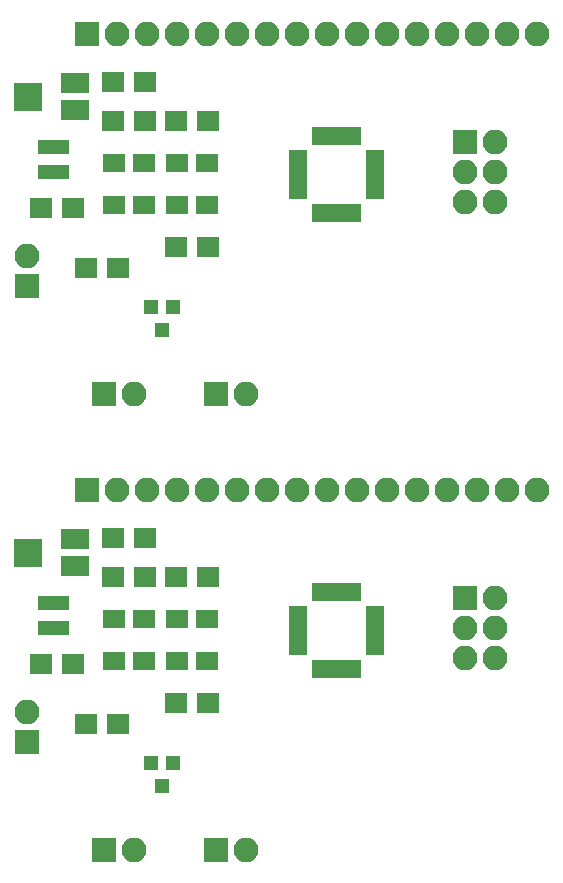
<source format=gbr>
G04 #@! TF.FileFunction,Soldermask,Top*
%FSLAX46Y46*%
G04 Gerber Fmt 4.6, Leading zero omitted, Abs format (unit mm)*
G04 Created by KiCad (PCBNEW 4.0.6) date 09/30/17 10:47:32*
%MOMM*%
%LPD*%
G01*
G04 APERTURE LIST*
%ADD10C,0.100000*%
%ADD11R,2.100000X2.100000*%
%ADD12O,2.100000X2.100000*%
%ADD13R,1.600000X0.680000*%
%ADD14R,0.680000X1.600000*%
%ADD15R,0.780000X1.201000*%
%ADD16R,2.400000X1.700000*%
%ADD17R,2.400000X2.400000*%
%ADD18R,1.900000X1.700000*%
%ADD19R,1.200000X1.300000*%
%ADD20R,1.900000X1.650000*%
G04 APERTURE END LIST*
D10*
D11*
X135382000Y-107442000D03*
D12*
X137922000Y-107442000D03*
X135382000Y-109982000D03*
X137922000Y-109982000D03*
X135382000Y-112522000D03*
X137922000Y-112522000D03*
D11*
X103378000Y-98298000D03*
D12*
X105918000Y-98298000D03*
X108458000Y-98298000D03*
X110998000Y-98298000D03*
X113538000Y-98298000D03*
X116078000Y-98298000D03*
X118618000Y-98298000D03*
X121158000Y-98298000D03*
X123698000Y-98298000D03*
X126238000Y-98298000D03*
X128778000Y-98298000D03*
X131318000Y-98298000D03*
X133858000Y-98298000D03*
X136398000Y-98298000D03*
X138938000Y-98298000D03*
X141478000Y-98298000D03*
D11*
X98298000Y-119634000D03*
D12*
X98298000Y-117094000D03*
D13*
X127710000Y-111986000D03*
X127710000Y-111486000D03*
X127710000Y-110986000D03*
X127710000Y-110486000D03*
X127710000Y-109986000D03*
X127710000Y-109486000D03*
X127710000Y-108986000D03*
X127710000Y-108486000D03*
D14*
X126210000Y-106986000D03*
X125710000Y-106986000D03*
X125210000Y-106986000D03*
X124710000Y-106986000D03*
X124210000Y-106986000D03*
X123710000Y-106986000D03*
X123210000Y-106986000D03*
X122710000Y-106986000D03*
D13*
X121210000Y-108486000D03*
X121210000Y-108986000D03*
X121210000Y-109486000D03*
X121210000Y-109986000D03*
X121210000Y-110486000D03*
X121210000Y-110986000D03*
X121210000Y-111486000D03*
X121210000Y-111986000D03*
D14*
X122710000Y-113486000D03*
X123210000Y-113486000D03*
X123710000Y-113486000D03*
X124210000Y-113486000D03*
X124710000Y-113486000D03*
X125210000Y-113486000D03*
X125710000Y-113486000D03*
X126210000Y-113486000D03*
D15*
X100838000Y-107899200D03*
X100177600Y-107899200D03*
X99517200Y-107899200D03*
X99517200Y-109982000D03*
X100177600Y-109982000D03*
X100838000Y-109982000D03*
X101498400Y-109982000D03*
X101498400Y-107899200D03*
D11*
X114300000Y-128778000D03*
D12*
X116840000Y-128778000D03*
D16*
X102330000Y-102482000D03*
D17*
X98330000Y-103632000D03*
D16*
X102330000Y-104782000D03*
D18*
X108284000Y-105664000D03*
X105584000Y-105664000D03*
X113618000Y-105664000D03*
X110918000Y-105664000D03*
X108284000Y-102362000D03*
X105584000Y-102362000D03*
X99488000Y-113030000D03*
X102188000Y-113030000D03*
D19*
X110678000Y-121428000D03*
X108778000Y-121428000D03*
X109728000Y-123428000D03*
D11*
X104775000Y-128778000D03*
D12*
X107315000Y-128778000D03*
D18*
X110918000Y-116332000D03*
X113618000Y-116332000D03*
X103298000Y-118110000D03*
X105998000Y-118110000D03*
D20*
X111018000Y-112776000D03*
X113518000Y-112776000D03*
X111018000Y-109220000D03*
X113518000Y-109220000D03*
X105684000Y-109220000D03*
X108184000Y-109220000D03*
X108184000Y-112776000D03*
X105684000Y-112776000D03*
X108184000Y-74168000D03*
X105684000Y-74168000D03*
X105684000Y-70612000D03*
X108184000Y-70612000D03*
X111018000Y-70612000D03*
X113518000Y-70612000D03*
X111018000Y-74168000D03*
X113518000Y-74168000D03*
D18*
X103298000Y-79502000D03*
X105998000Y-79502000D03*
X110918000Y-77724000D03*
X113618000Y-77724000D03*
D11*
X104775000Y-90170000D03*
D12*
X107315000Y-90170000D03*
D19*
X110678000Y-82820000D03*
X108778000Y-82820000D03*
X109728000Y-84820000D03*
D18*
X99488000Y-74422000D03*
X102188000Y-74422000D03*
X108284000Y-63754000D03*
X105584000Y-63754000D03*
X113618000Y-67056000D03*
X110918000Y-67056000D03*
X108284000Y-67056000D03*
X105584000Y-67056000D03*
D16*
X102330000Y-63874000D03*
D17*
X98330000Y-65024000D03*
D16*
X102330000Y-66174000D03*
D11*
X114300000Y-90170000D03*
D12*
X116840000Y-90170000D03*
D15*
X100838000Y-69291200D03*
X100177600Y-69291200D03*
X99517200Y-69291200D03*
X99517200Y-71374000D03*
X100177600Y-71374000D03*
X100838000Y-71374000D03*
X101498400Y-71374000D03*
X101498400Y-69291200D03*
D13*
X127710000Y-73378000D03*
X127710000Y-72878000D03*
X127710000Y-72378000D03*
X127710000Y-71878000D03*
X127710000Y-71378000D03*
X127710000Y-70878000D03*
X127710000Y-70378000D03*
X127710000Y-69878000D03*
D14*
X126210000Y-68378000D03*
X125710000Y-68378000D03*
X125210000Y-68378000D03*
X124710000Y-68378000D03*
X124210000Y-68378000D03*
X123710000Y-68378000D03*
X123210000Y-68378000D03*
X122710000Y-68378000D03*
D13*
X121210000Y-69878000D03*
X121210000Y-70378000D03*
X121210000Y-70878000D03*
X121210000Y-71378000D03*
X121210000Y-71878000D03*
X121210000Y-72378000D03*
X121210000Y-72878000D03*
X121210000Y-73378000D03*
D14*
X122710000Y-74878000D03*
X123210000Y-74878000D03*
X123710000Y-74878000D03*
X124210000Y-74878000D03*
X124710000Y-74878000D03*
X125210000Y-74878000D03*
X125710000Y-74878000D03*
X126210000Y-74878000D03*
D11*
X98298000Y-81026000D03*
D12*
X98298000Y-78486000D03*
D11*
X103378000Y-59690000D03*
D12*
X105918000Y-59690000D03*
X108458000Y-59690000D03*
X110998000Y-59690000D03*
X113538000Y-59690000D03*
X116078000Y-59690000D03*
X118618000Y-59690000D03*
X121158000Y-59690000D03*
X123698000Y-59690000D03*
X126238000Y-59690000D03*
X128778000Y-59690000D03*
X131318000Y-59690000D03*
X133858000Y-59690000D03*
X136398000Y-59690000D03*
X138938000Y-59690000D03*
X141478000Y-59690000D03*
D11*
X135382000Y-68834000D03*
D12*
X137922000Y-68834000D03*
X135382000Y-71374000D03*
X137922000Y-71374000D03*
X135382000Y-73914000D03*
X137922000Y-73914000D03*
M02*

</source>
